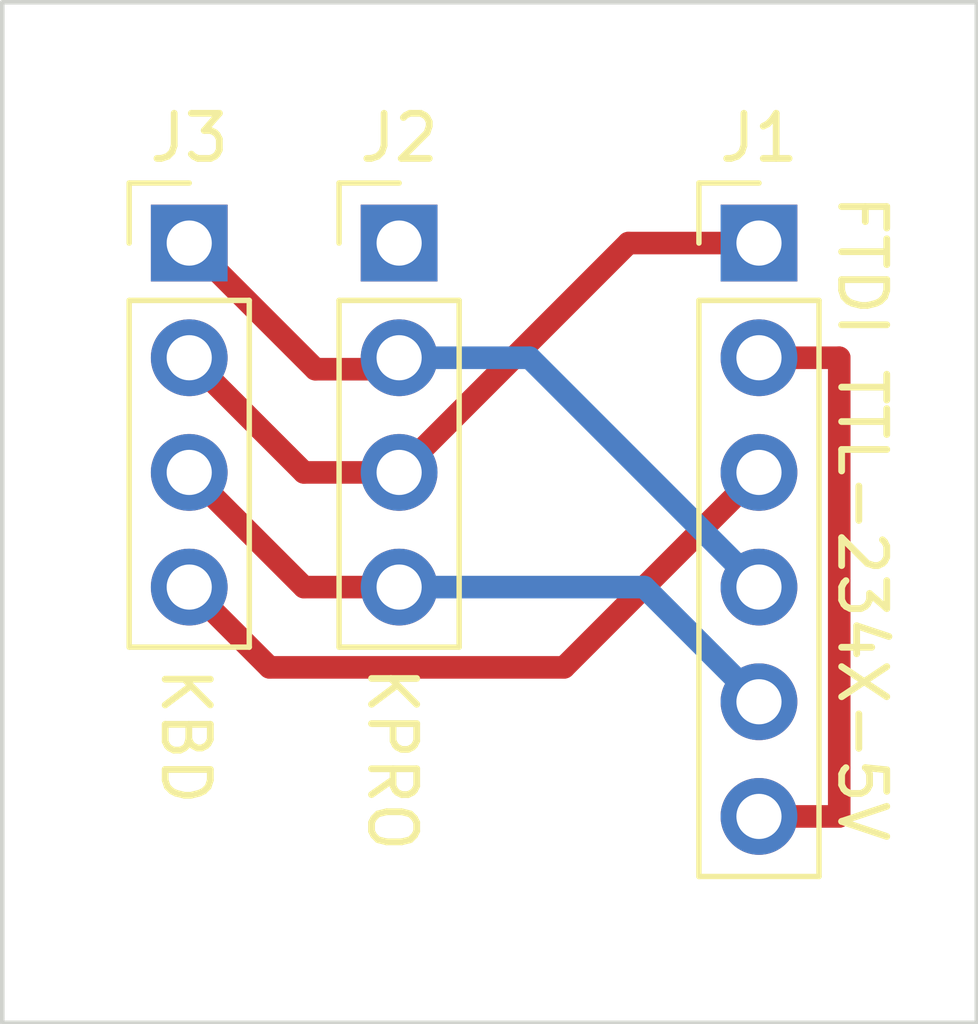
<source format=kicad_pcb>
(kicad_pcb (version 20211014) (generator pcbnew)
  (layers (0 "F.Cu" signal) (31 "B.Cu" signal) (34 "B.Paste" user) (35 "F.Paste" user) (36 "B.SilkS" user "B.Silkscreen") (37 "F.SilkS" user "F.Silkscreen") (38 "B.Mask" user) (39 "F.Mask" user) (44 "Edge.Cuts" user))
  (net 0 "")
  (net 1 "/GND")
  (net 2 "/CTS")
  (net 3 "/VCC")
  (net 4 "/F2K")
  (net 5 "/K2F")
  (footprint "Connector_PinHeader_2.54mm:PinHeader_1x04_P2.54mm_Vertical" (layer "F.Cu") (at 145.444 81.28)
    (fp_text reference "J2" (at 0 -2.33) (layer "F.SilkS"))
    (fp_text value "KPRO")
    (fp_line (start -1.33 0) (end -1.33 -1.33) (layer "F.SilkS") (width 0.12))
    (fp_line (start -1.33 1.27) (end 1.33 1.27) (layer "F.SilkS") (width 0.12))
    (fp_line (start -1.33 -1.33) (end 0 -1.33) (layer "F.SilkS") (width 0.12))
    (fp_line (start -1.33 1.27) (end -1.33 8.95) (layer "F.SilkS") (width 0.12))
    (fp_line (start -1.33 8.95) (end 1.33 8.95) (layer "F.SilkS") (width 0.12))
    (fp_line (start 1.33 1.27) (end 1.33 8.95) (layer "F.SilkS") (width 0.12))
    (pad "1" thru_hole rect (at 0 0) (size 1.7 1.7) (drill 1) (layers *.Cu *.Mask))
    (pad "2" thru_hole oval (at 0 2.54) (size 1.7 1.7) (drill 1) (layers *.Cu *.Mask) (net 4 "/F2K"))
    (pad "3" thru_hole oval (at 0 5.08) (size 1.7 1.7) (drill 1) (layers *.Cu *.Mask) (net 1 "/GND"))
    (pad "4" thru_hole oval (at 0 7.62) (size 1.7 1.7) (drill 1) (layers *.Cu *.Mask) (net 5 "/K2F"))
  )
  (footprint "Connector_PinHeader_2.54mm:PinHeader_1x04_P2.54mm_Vertical" (layer "F.Cu") (at 140.794 81.28)
    (fp_text reference "J3" (at 0 -2.33) (layer "F.SilkS"))
    (fp_text value "KBD")
    (fp_line (start -1.33 1.27) (end -1.33 8.95) (layer "F.SilkS") (width 0.12))
    (fp_line (start -1.33 8.95) (end 1.33 8.95) (layer "F.SilkS") (width 0.12))
    (fp_line (start -1.33 1.27) (end 1.33 1.27) (layer "F.SilkS") (width 0.12))
    (fp_line (start -1.33 -1.33) (end 0 -1.33) (layer "F.SilkS") (width 0.12))
    (fp_line (start -1.33 0) (end -1.33 -1.33) (layer "F.SilkS") (width 0.12))
    (fp_line (start 1.33 1.27) (end 1.33 8.95) (layer "F.SilkS") (width 0.12))
    (pad "1" thru_hole rect (at 0 0) (size 1.7 1.7) (drill 1) (layers *.Cu *.Mask) (net 4 "/F2K"))
    (pad "2" thru_hole oval (at 0 2.54) (size 1.7 1.7) (drill 1) (layers *.Cu *.Mask) (net 1 "/GND"))
    (pad "3" thru_hole oval (at 0 5.08) (size 1.7 1.7) (drill 1) (layers *.Cu *.Mask) (net 5 "/K2F"))
    (pad "4" thru_hole oval (at 0 7.62) (size 1.7 1.7) (drill 1) (layers *.Cu *.Mask) (net 3 "/VCC"))
  )
  (footprint "Connector_PinHeader_2.54mm:PinHeader_1x06_P2.54mm_Vertical" (layer "F.Cu") (at 153.416 81.28)
    (fp_text reference "J1" (at 0 -2.33) (layer "F.SilkS"))
    (fp_text value "FTDI")
    (fp_line (start -1.33 0) (end -1.33 -1.33) (layer "F.SilkS") (width 0.12))
    (fp_line (start -1.33 -1.33) (end 0 -1.33) (layer "F.SilkS") (width 0.12))
    (fp_line (start -1.33 14.03) (end 1.33 14.03) (layer "F.SilkS") (width 0.12))
    (fp_line (start -1.33 1.27) (end 1.33 1.27) (layer "F.SilkS") (width 0.12))
    (fp_line (start 1.33 1.27) (end 1.33 14.03) (layer "F.SilkS") (width 0.12))
    (fp_line (start -1.33 1.27) (end -1.33 14.03) (layer "F.SilkS") (width 0.12))
    (pad "1" thru_hole rect (at 0 0) (size 1.7 1.7) (drill 1) (layers *.Cu *.Mask) (net 1 "/GND"))
    (pad "2" thru_hole oval (at 0 2.54) (size 1.7 1.7) (drill 1) (layers *.Cu *.Mask) (net 2 "/CTS"))
    (pad "3" thru_hole oval (at 0 5.08) (size 1.7 1.7) (drill 1) (layers *.Cu *.Mask) (net 3 "/VCC"))
    (pad "4" thru_hole oval (at 0 7.62) (size 1.7 1.7) (drill 1) (layers *.Cu *.Mask) (net 4 "/F2K"))
    (pad "5" thru_hole oval (at 0 10.16) (size 1.7 1.7) (drill 1) (layers *.Cu *.Mask) (net 5 "/K2F"))
    (pad "6" thru_hole oval (at 0 12.7) (size 1.7 1.7) (drill 1) (layers *.Cu *.Mask) (net 2 "/CTS"))
  )
  (gr_rect (start 136.652 75.946) (end 158.242 98.552) (layer "Edge.Cuts") (width 0.1) (fill none))
  (gr_text "FTDI TTL-234X-5V" (at 155.702 87.376 -90) (layer "F.SilkS") (effects (font (size 1 1))))
  (gr_text "KBD" (at 140.716 92.202 -90) (layer "F.SilkS") (effects (font (size 1 1))))
  (gr_text "KPRO" (at 145.288 92.71 -90) (layer "F.SilkS") (effects (font (size 1 1))))
  (segment (start 150.524 81.28) (end 145.444 86.36) (width 0.5) (layer "F.Cu") (net 1))
  (segment (start 153.416 81.28) (end 150.524 81.28) (width 0.5) (layer "F.Cu") (net 1))
  (segment (start 145.444 86.36) (end 143.334 86.36) (width 0.5) (layer "F.Cu") (net 1))
  (segment (start 143.334 86.36) (end 140.794 83.82) (width 0.5) (layer "F.Cu") (net 1))
  (segment (start 153.416 83.82) (end 155.194 83.82) (width 0.5) (layer "F.Cu") (net 2))
  (segment (start 155.194 83.82) (end 155.194 93.98) (width 0.5) (layer "F.Cu") (net 2))
  (segment (start 155.194 93.98) (end 153.416 93.98) (width 0.5) (layer "F.Cu") (net 2))
  (segment (start 149.098 90.678) (end 153.416 86.36) (width 0.5) (layer "F.Cu") (net 3))
  (segment (start 140.794 88.9) (end 142.572 90.678) (width 0.5) (layer "F.Cu") (net 3))
  (segment (start 142.572 90.678) (end 149.098 90.678) (width 0.5) (layer "F.Cu") (net 3))
  (segment (start 140.794 81.28) (end 143.588 84.074) (width 0.5) (layer "F.Cu") (net 4))
  (segment (start 143.588 84.074) (end 145.19 84.074) (width 0.5) (layer "F.Cu") (net 4))
  (segment (start 145.19 84.074) (end 145.444 83.82) (width 0.5) (layer "F.Cu") (net 4))
  (segment (start 153.416 88.9) (end 148.336 83.82) (width 0.5) (layer "B.Cu") (net 4))
  (segment (start 148.336 83.82) (end 145.444 83.82) (width 0.5) (layer "B.Cu") (net 4))
  (segment (start 140.794 86.36) (end 143.334 88.9) (width 0.5) (layer "F.Cu") (net 5))
  (segment (start 143.334 88.9) (end 145.444 88.9) (width 0.5) (layer "F.Cu") (net 5))
  (segment (start 150.876 88.9) (end 145.444 88.9) (width 0.5) (layer "B.Cu") (net 5))
  (segment (start 153.416 91.44) (end 150.876 88.9) (width 0.5) (layer "B.Cu") (net 5))
)
</source>
